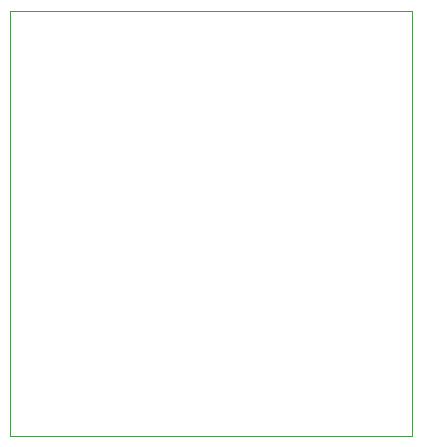
<source format=gbr>
%TF.GenerationSoftware,KiCad,Pcbnew,(5.1.12)-1*%
%TF.CreationDate,2023-08-26T20:17:23+05:30*%
%TF.ProjectId,flasher,666c6173-6865-4722-9e6b-696361645f70,rev?*%
%TF.SameCoordinates,Original*%
%TF.FileFunction,Profile,NP*%
%FSLAX46Y46*%
G04 Gerber Fmt 4.6, Leading zero omitted, Abs format (unit mm)*
G04 Created by KiCad (PCBNEW (5.1.12)-1) date 2023-08-26 20:17:23*
%MOMM*%
%LPD*%
G01*
G04 APERTURE LIST*
%TA.AperFunction,Profile*%
%ADD10C,0.050000*%
%TD*%
G04 APERTURE END LIST*
D10*
X127000000Y-116000000D02*
X127000000Y-80000000D01*
X161000000Y-116000000D02*
X127000000Y-116000000D01*
X161000000Y-80000000D02*
X161000000Y-116000000D01*
X127000000Y-80000000D02*
X161000000Y-80000000D01*
M02*

</source>
